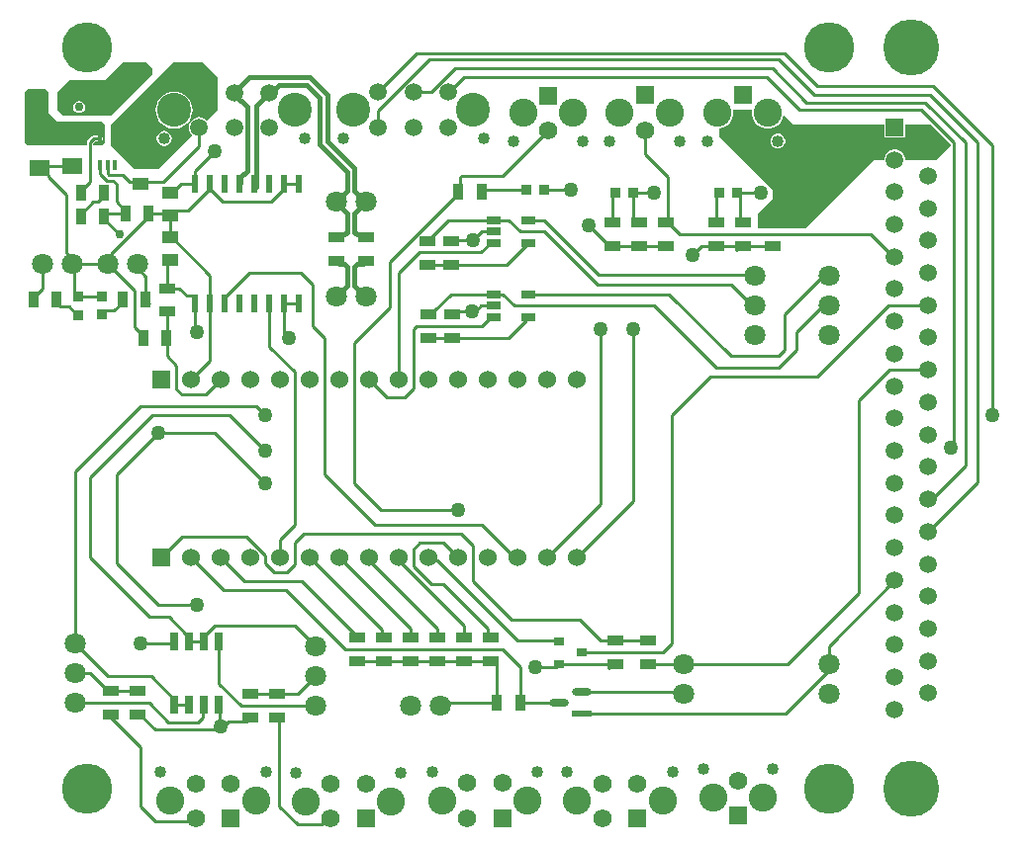
<source format=gtl>
G04*
G04 #@! TF.GenerationSoftware,Altium Limited,Altium Designer,23.1.1 (15)*
G04*
G04 Layer_Physical_Order=1*
G04 Layer_Color=255*
%FSLAX25Y25*%
%MOIN*%
G70*
G04*
G04 #@! TF.SameCoordinates,F8F85EFA-0F4A-4E32-949D-36CD74FFCFB1*
G04*
G04*
G04 #@! TF.FilePolarity,Positive*
G04*
G01*
G75*
%ADD13C,0.01000*%
%ADD18R,0.03543X0.05315*%
%ADD19R,0.01575X0.03543*%
%ADD20R,0.05315X0.03543*%
G04:AMPARAMS|DCode=21|XSize=65.3mil|YSize=24.68mil|CornerRadius=12.34mil|HoleSize=0mil|Usage=FLASHONLY|Rotation=180.000|XOffset=0mil|YOffset=0mil|HoleType=Round|Shape=RoundedRectangle|*
%AMROUNDEDRECTD21*
21,1,0.06530,0.00000,0,0,180.0*
21,1,0.04063,0.02468,0,0,180.0*
1,1,0.02468,-0.02031,0.00000*
1,1,0.02468,0.02031,0.00000*
1,1,0.02468,0.02031,0.00000*
1,1,0.02468,-0.02031,0.00000*
%
%ADD21ROUNDEDRECTD21*%
%ADD22R,0.06530X0.02468*%
%ADD23R,0.02362X0.05906*%
%ADD24C,0.03000*%
%ADD25R,0.02559X0.06102*%
%ADD26R,0.07087X0.05709*%
%ADD27R,0.05512X0.04134*%
%ADD28R,0.03543X0.03740*%
G04:AMPARAMS|DCode=29|XSize=25.59mil|YSize=47.24mil|CornerRadius=1.92mil|HoleSize=0mil|Usage=FLASHONLY|Rotation=90.000|XOffset=0mil|YOffset=0mil|HoleType=Round|Shape=RoundedRectangle|*
%AMROUNDEDRECTD29*
21,1,0.02559,0.04341,0,0,90.0*
21,1,0.02175,0.04724,0,0,90.0*
1,1,0.00384,0.02170,0.01088*
1,1,0.00384,0.02170,-0.01088*
1,1,0.00384,-0.02170,-0.01088*
1,1,0.00384,-0.02170,0.01088*
%
%ADD29ROUNDEDRECTD29*%
%ADD30R,0.03543X0.03150*%
%ADD31R,0.03740X0.03543*%
%ADD50C,0.04016*%
%ADD51C,0.06181*%
%ADD52R,0.06181X0.06181*%
%ADD53C,0.09488*%
%ADD59C,0.01500*%
%ADD60C,0.05984*%
%ADD61C,0.11457*%
%ADD62R,0.06024X0.06024*%
%ADD63C,0.06024*%
%ADD64C,0.07087*%
%ADD65C,0.05906*%
%ADD66R,0.05906X0.05906*%
%ADD67C,0.18898*%
%ADD68C,0.16929*%
%ADD69C,0.05000*%
G36*
X47000Y268000D02*
Y266000D01*
X33000Y252000D01*
X17000D01*
X15000Y254000D01*
Y260000D01*
X19000Y264000D01*
X31000D01*
X37000Y270000D01*
X45000D01*
X47000Y268000D01*
D02*
G37*
G36*
X69000Y265000D02*
Y254000D01*
X65574Y250574D01*
X65404Y250585D01*
X64675Y251145D01*
X63825Y251497D01*
X62913Y251617D01*
X62002Y251497D01*
X61152Y251145D01*
X60423Y250585D01*
X59863Y249856D01*
X59511Y249006D01*
X59391Y248095D01*
X59511Y247183D01*
X59863Y246333D01*
X60423Y245604D01*
X60434Y245434D01*
X49000Y234000D01*
X41000Y234000D01*
X33000Y242000D01*
X33000Y249000D01*
X54000Y270000D01*
X64000Y270000D01*
X69000Y265000D01*
D02*
G37*
G36*
X12000Y260000D02*
Y253000D01*
X15000Y250000D01*
X30000D01*
X31000Y249000D01*
Y243000D01*
X30000Y242000D01*
X27020D01*
Y242578D01*
X27950Y243508D01*
X29441D01*
X29831Y243586D01*
X30162Y243807D01*
X30383Y244137D01*
X30461Y244528D01*
X30383Y244918D01*
X30162Y245249D01*
X29831Y245469D01*
X29441Y245547D01*
X27528D01*
X27137Y245469D01*
X26807Y245249D01*
X25279Y243721D01*
X25058Y243390D01*
X24980Y243000D01*
Y242000D01*
X5000D01*
X4000Y243000D01*
Y260000D01*
X5000Y261000D01*
X11000D01*
X12000Y260000D01*
D02*
G37*
G36*
X249220Y253785D02*
Y252404D01*
X249578Y251070D01*
X250268Y249874D01*
X251245Y248898D01*
X252440Y248208D01*
X253774Y247850D01*
X255155D01*
X256489Y248208D01*
X257684Y248898D01*
X258661Y249874D01*
X259351Y251070D01*
X259555Y251832D01*
X260038Y251962D01*
X263000Y249000D01*
X293791D01*
Y244697D01*
X300697D01*
Y249000D01*
X309558D01*
X315980Y242578D01*
Y241980D01*
X311000Y237000D01*
X300697D01*
Y237699D01*
X300462Y238577D01*
X300007Y239364D01*
X299364Y240007D01*
X298577Y240461D01*
X297699Y240697D01*
X296790D01*
X295911Y240461D01*
X295124Y240007D01*
X294481Y239364D01*
X294027Y238577D01*
X293791Y237699D01*
Y237000D01*
X290000D01*
X267000Y214000D01*
X251000D01*
Y219000D01*
X256000Y224000D01*
Y227000D01*
X243000Y240000D01*
X238000Y245000D01*
Y247850D01*
X238226D01*
X239560Y248208D01*
X240755Y248898D01*
X241732Y249874D01*
X242422Y251070D01*
X242779Y252404D01*
Y253785D01*
X242945Y254000D01*
X249055D01*
X249220Y253785D01*
D02*
G37*
%LPC*%
G36*
X22500Y257039D02*
X21720Y256884D01*
X21058Y256442D01*
X20616Y255780D01*
X20461Y255000D01*
X20616Y254220D01*
X21058Y253558D01*
X21720Y253116D01*
X22500Y252961D01*
X23280Y253116D01*
X23942Y253558D01*
X24384Y254220D01*
X24539Y255000D01*
X24384Y255780D01*
X23942Y256442D01*
X23280Y256884D01*
X22500Y257039D01*
D02*
G37*
G36*
X54449Y260259D02*
X53228Y260138D01*
X52054Y259782D01*
X50972Y259204D01*
X50023Y258425D01*
X49245Y257477D01*
X48667Y256395D01*
X48311Y255221D01*
X48190Y254000D01*
X48311Y252779D01*
X48667Y251605D01*
X49245Y250523D01*
X50023Y249575D01*
X50972Y248796D01*
X52054Y248218D01*
X53228Y247862D01*
X54449Y247742D01*
X55670Y247862D01*
X56844Y248218D01*
X57926Y248796D01*
X58874Y249575D01*
X59653Y250523D01*
X60231Y251605D01*
X60587Y252779D01*
X60707Y254000D01*
X60587Y255221D01*
X60231Y256395D01*
X59653Y257477D01*
X58874Y258425D01*
X57926Y259204D01*
X56844Y259782D01*
X55670Y260138D01*
X54449Y260259D01*
D02*
G37*
G36*
X51102Y246951D02*
X50124Y246756D01*
X49294Y246202D01*
X48740Y245372D01*
X48545Y244394D01*
X48740Y243415D01*
X49294Y242586D01*
X50124Y242031D01*
X51102Y241837D01*
X52081Y242031D01*
X52911Y242586D01*
X53465Y243415D01*
X53659Y244394D01*
X53465Y245372D01*
X52911Y246202D01*
X52081Y246756D01*
X51102Y246951D01*
D02*
G37*
G36*
X20000Y247020D02*
X19610Y246942D01*
X19279Y246721D01*
X19058Y246390D01*
X18980Y246000D01*
X19058Y245610D01*
X19279Y245279D01*
X20752Y243807D01*
X21082Y243586D01*
X21472Y243508D01*
X21863Y243586D01*
X22193Y243807D01*
X22414Y244137D01*
X22492Y244528D01*
X22414Y244918D01*
X22193Y245249D01*
X20721Y246721D01*
X20390Y246942D01*
X20000Y247020D01*
D02*
G37*
G36*
X258310Y245996D02*
X257312D01*
X256390Y245614D01*
X255685Y244909D01*
X255303Y243987D01*
Y242989D01*
X255685Y242068D01*
X256390Y241362D01*
X257312Y240980D01*
X258310D01*
X259232Y241362D01*
X259937Y242068D01*
X260319Y242989D01*
Y243987D01*
X259937Y244909D01*
X259232Y245614D01*
X258310Y245996D01*
D02*
G37*
%LPD*%
D13*
X214000Y67126D02*
X226000D01*
X261126D01*
X285000Y91000D01*
Y156000D01*
X176185Y66185D02*
X182988D01*
X176000Y66000D02*
X176185Y66185D01*
X32000Y63000D02*
X46642D01*
X54500Y55142D01*
Y53370D02*
Y55142D01*
X73000Y151000D02*
X85000Y139000D01*
X47000Y151000D02*
X73000D01*
X68000Y145000D02*
X85000Y128000D01*
X49000Y145000D02*
X68000D01*
X35000Y131000D02*
X49000Y145000D01*
X35000Y101000D02*
Y131000D01*
X49000Y87000D02*
X62000D01*
X35000Y101000D02*
X49000Y87000D01*
X26000Y103000D02*
X46000Y83000D01*
X26000Y103000D02*
Y130000D01*
X47000Y151000D01*
X21000Y132000D02*
X43000Y154000D01*
X21000Y74000D02*
Y132000D01*
X46000Y83000D02*
X52668D01*
X58487Y77181D01*
X58720D02*
X59500Y76402D01*
X58487Y77181D02*
X58720D01*
X59500Y74630D02*
Y76402D01*
X43000Y154000D02*
X82000D01*
X85000Y151000D01*
X90000Y109000D02*
X95000Y114000D01*
X86500Y174120D02*
X95000Y165620D01*
Y114000D02*
Y165620D01*
X115000Y128000D02*
Y175439D01*
Y128000D02*
X124000Y119000D01*
X150000D01*
X115000Y175439D02*
X127000Y187439D01*
Y202843D02*
X148999Y224843D01*
X127000Y187439D02*
Y202843D01*
X101000Y181000D02*
X105000Y177000D01*
Y131000D02*
X122000Y114000D01*
X105000Y131000D02*
Y177000D01*
X86500Y174120D02*
Y188842D01*
X90000Y103000D02*
Y109000D01*
X79886Y199000D02*
X97000D01*
X101000Y181000D02*
Y195000D01*
X71500Y190614D02*
X79886Y199000D01*
X97000D02*
X101000Y195000D01*
X92414Y98000D02*
X95207Y100793D01*
Y108207D01*
X98000Y111000D01*
X91500Y178500D02*
Y188842D01*
X96500D02*
Y190614D01*
X91500Y178500D02*
X93000Y177000D01*
X98000Y111000D02*
X151000D01*
X142000Y54000D02*
X163126D01*
X71000Y92000D02*
X92000D01*
X60000Y103000D02*
X71000Y92000D01*
X171000Y54000D02*
Y66000D01*
X112000Y72000D02*
X165000D01*
X92000Y92000D02*
X112000Y72000D01*
X165000D02*
X171000Y66000D01*
X136189Y273000D02*
X260000D01*
X271000Y262000D02*
X310000D01*
X260000Y273000D02*
X271000Y262000D01*
X140354Y271000D02*
X258000D01*
X270000Y259000D02*
X309000D01*
X258000Y271000D02*
X270000Y259000D01*
X267522Y256478D02*
X307522D01*
X149165Y268000D02*
X256000D01*
X267522Y256478D01*
X254000Y265000D02*
X265000Y254000D01*
X151983Y265000D02*
X254000D01*
X265000Y254000D02*
X306000D01*
X285000Y156000D02*
X295358Y166358D01*
X308425D01*
X191000Y82000D02*
X198000Y75000D01*
X168000Y82000D02*
X191000D01*
X198000Y75000D02*
X203000D01*
X214000D01*
X219000Y71000D02*
X222000Y74000D01*
X235000Y164000D02*
X271000D01*
X295169Y188169D01*
X222000Y151000D02*
X235000Y164000D01*
X295169Y188169D02*
X308425D01*
X242000Y195000D02*
X249000Y188000D01*
X197000Y195000D02*
X242000D01*
X249000Y188000D02*
X250000D01*
X260000Y185000D02*
X274000Y199000D01*
X260000Y173000D02*
Y185000D01*
X274000Y199000D02*
X276000D01*
X53870Y74000D02*
X54500Y74630D01*
X43000Y74000D02*
X53870D01*
X275000Y73228D02*
X297244Y95473D01*
X275000Y65000D02*
Y73228D01*
X260398Y50398D02*
X275000Y65000D01*
X191691Y50398D02*
X260398D01*
X182988Y66185D02*
X184063Y67260D01*
X202866D01*
X202114Y67126D02*
X203000D01*
X200842Y65854D02*
X202114Y67126D01*
X202866Y67260D02*
X203000Y67126D01*
X191691Y57602D02*
X226000D01*
X170000Y75000D02*
X184835D01*
X142961Y102039D02*
X170000Y75000D01*
X191937Y71000D02*
X219000D01*
X163126Y54000D02*
Y66791D01*
X141000Y53000D02*
X142000Y52000D01*
X222000Y74000D02*
Y151000D01*
X95000Y80000D02*
X102000Y73000D01*
X68098Y80000D02*
X95000D01*
X64500Y76402D02*
X68098Y80000D01*
X59500Y74630D02*
X64500D01*
X151000Y111000D02*
X155000Y107000D01*
Y95000D02*
Y107000D01*
Y95000D02*
X168000Y82000D01*
X88000Y98000D02*
X92414D01*
X85000Y101000D02*
X88000Y98000D01*
X78674Y110000D02*
X85000Y103674D01*
X57000Y110000D02*
X78674D01*
X85000Y101000D02*
Y103674D01*
X50000Y103000D02*
X57000Y110000D01*
X140961Y102039D02*
X142961D01*
X140000Y103000D02*
X140961Y102039D01*
X171000Y54000D02*
X184000D01*
X160000Y76000D02*
Y79000D01*
X145000Y94000D02*
X160000Y79000D01*
X141000Y94000D02*
X145000D01*
X135000Y100000D02*
X141000Y94000D01*
X46000Y54000D02*
X52500Y47500D01*
X21000Y54000D02*
X46000D01*
X21000Y74000D02*
X32000Y63000D01*
X64500Y74630D02*
Y76402D01*
X97380Y95000D02*
X116443Y75937D01*
X70000Y103000D02*
X78000Y95000D01*
X97380D01*
X33000Y49000D02*
Y50126D01*
X43000Y19000D02*
Y39000D01*
X33000Y50126D02*
X33288D01*
X34560Y48854D01*
X33000Y49000D02*
X43000Y39000D01*
Y19000D02*
X48000Y14000D01*
X58548D01*
X60733Y14103D02*
X61724Y15094D01*
X58651Y14103D02*
X60733D01*
X58548Y14000D02*
X58651Y14103D01*
X106013Y15000D02*
X107189D01*
X96000Y13000D02*
X104013D01*
X89886Y19114D02*
X96000Y13000D01*
X104013D02*
X106013Y15000D01*
X89000Y49126D02*
X89886Y48240D01*
Y19114D02*
Y48240D01*
X152000Y75937D02*
Y80000D01*
X130000Y102000D02*
Y103000D01*
Y102000D02*
X152000Y80000D01*
X134000Y75937D02*
Y79000D01*
X110000Y103000D02*
X134000Y79000D01*
X124377Y76560D02*
Y78623D01*
X100000Y103000D02*
X124377Y78623D01*
Y76560D02*
X125000Y75937D01*
X143000D02*
Y79000D01*
X120000Y102000D02*
Y103000D01*
Y102000D02*
X143000Y79000D01*
Y75937D02*
X143886D01*
X116000D02*
X116443D01*
X33000Y58000D02*
X42000D01*
X26114Y64000D02*
X32114Y58000D01*
X21000Y64000D02*
X26114D01*
X32114Y58000D02*
X33000D01*
X70000Y46000D02*
X71082D01*
X78728Y47854D02*
X80000Y49126D01*
X72937Y47854D02*
X78728D01*
X71082Y46000D02*
X72937Y47854D01*
X69750Y46250D02*
Y53120D01*
Y46250D02*
X70000Y46000D01*
X69500Y53370D02*
X69750Y53120D01*
X48012Y45000D02*
X67414D01*
X42886Y50126D02*
X48012Y45000D01*
X42000Y50126D02*
X42886D01*
X69235Y45235D02*
X70000Y46000D01*
X67649Y45235D02*
X69235D01*
X67414Y45000D02*
X67649Y45235D01*
X52500Y47500D02*
X62500D01*
X64000Y49000D01*
Y52870D01*
X64500Y53370D01*
X69500Y51598D02*
Y53370D01*
X96000Y57000D02*
X102000Y63000D01*
X89000Y57000D02*
X96000D01*
X80000D02*
X89000D01*
X69500Y60500D02*
Y74630D01*
Y60500D02*
X77000Y53000D01*
X102000D01*
X54500Y53370D02*
X59500D01*
X41000Y180886D02*
X44000Y177886D01*
Y177000D02*
Y177886D01*
X41000Y180886D02*
Y193000D01*
X32000Y202000D02*
X41000Y193000D01*
X161150Y184299D02*
X162193D01*
X120000Y163000D02*
X126000Y157000D01*
X132000D01*
X135000Y160000D01*
X130000Y163000D02*
Y199000D01*
X137000Y206000D01*
X135000Y160000D02*
Y180000D01*
X136000Y181000D01*
X62913Y241913D02*
Y248095D01*
X39330Y229670D02*
X50670D01*
X62913Y241913D01*
X61500Y233500D02*
X68000Y240000D01*
X61500Y229157D02*
Y233500D01*
X18000Y205629D02*
X20000Y203629D01*
X12043Y231445D02*
X18000Y225488D01*
X20000Y202000D02*
Y203629D01*
X18000Y205629D02*
Y225488D01*
X158000Y227000D02*
X173000D01*
X158000D02*
Y227329D01*
Y226443D02*
Y227000D01*
X150859Y231274D02*
X151445Y231859D01*
X150859Y227131D02*
Y231274D01*
X151445Y231859D02*
X165229D01*
X180465Y247094D01*
X237000Y225000D02*
X238000Y226000D01*
X237000Y215937D02*
Y225000D01*
X316765Y142351D02*
X317000Y142586D01*
X315640Y139640D02*
X316765Y140765D01*
X306000Y254000D02*
X317000Y243000D01*
X316765Y140765D02*
Y142351D01*
X317000Y142586D02*
Y243000D01*
X325000Y128405D02*
Y243000D01*
X309000Y259000D02*
X325000Y243000D01*
X307522Y256478D02*
X321000Y243000D01*
Y134000D02*
Y243000D01*
X122000Y114000D02*
X158000D01*
X170000Y102000D01*
X136000Y181000D02*
X152921D01*
X137000Y206000D02*
X157850D01*
X264000Y179000D02*
X273000Y188000D01*
X147780Y191779D02*
X165220D01*
X140141Y184255D02*
X142157Y186272D01*
X179000Y213000D02*
X197000Y195000D01*
X197418Y198582D02*
X250418D01*
X179260Y216740D02*
X197418Y198582D01*
X201114Y208126D02*
X202000D01*
X194240Y215000D02*
X201114Y208126D01*
X194000Y215000D02*
X194240D01*
X135000Y105914D02*
X137086Y108000D01*
X145000D02*
X150000Y103000D01*
X137086Y108000D02*
X145000D01*
X135000Y100000D02*
Y105914D01*
X330000Y151000D02*
Y242000D01*
X310000Y262000D02*
X330000Y242000D01*
X309736Y122736D02*
X321000Y134000D01*
X308425Y111831D02*
X325000Y128405D01*
X308425Y122736D02*
X309736D01*
X123189Y253835D02*
X140354Y271000D01*
X141165Y260000D02*
X149165Y268000D01*
X146983Y260000D02*
X151983Y265000D01*
X123189Y260000D02*
X136189Y273000D01*
X123189Y248189D02*
Y253835D01*
X146811Y260000D02*
X146983D01*
X135000D02*
X141165D01*
X116000Y68063D02*
X117000Y67063D01*
X116000Y68063D02*
X125000D01*
X232000Y208000D02*
X236937D01*
X229000Y205000D02*
X232000Y208000D01*
X236937D02*
X237000Y208063D01*
X220707Y216000D02*
X221414D01*
X220000D02*
X220707D01*
X224707Y212000D01*
X289000Y212000D01*
X190000Y103000D02*
X209000Y122000D01*
Y180000D01*
X237000Y208063D02*
X245114D01*
X243843Y206791D02*
X245114Y208063D01*
X246000D01*
X245000Y226000D02*
X252000D01*
X245000Y216937D02*
X246000Y215937D01*
X244102Y226000D02*
X245000D01*
X246000Y208063D02*
X255000D01*
X145961Y184892D02*
X147158Y186089D01*
X154911D01*
X245000Y216937D02*
Y226000D01*
X220707Y217000D02*
Y231293D01*
X209102Y217272D02*
Y226000D01*
X202000Y217937D02*
Y227000D01*
X204157Y208126D02*
X211000D01*
X209102Y217272D02*
X210374Y216000D01*
X209102Y226000D02*
X216000D01*
X211000Y208126D02*
X220000D01*
X210374Y216000D02*
X211000D01*
X204157Y208126D02*
Y208586D01*
X213000Y247189D02*
Y247919D01*
Y239000D02*
Y247189D01*
X179102Y227000D02*
X188000D01*
X161000Y75937D02*
X161886D01*
X163157Y77209D01*
X161000Y68063D02*
X161854D01*
X163126Y66791D01*
X213000Y239000D02*
X220707Y231293D01*
X87114Y223000D02*
X91500Y227386D01*
X70886Y223000D02*
X87114D01*
X154911Y186089D02*
X155993D01*
X216000Y188000D02*
X237000Y167000D01*
X258000D01*
X140141Y184141D02*
Y184255D01*
X258000Y167000D02*
X264000Y173000D01*
Y179000D01*
X221260Y191740D02*
X242000Y171000D01*
X258000D02*
X260000Y173000D01*
X242000Y171000D02*
X258000D01*
X180000Y103000D02*
X198000Y121000D01*
Y180000D01*
X173807Y191740D02*
X221260D01*
X169000Y188000D02*
X216000D01*
X165220Y191779D02*
X169000Y188000D01*
X167063Y177063D02*
X173141Y183141D01*
X140000Y177063D02*
X167063D01*
X171000Y213000D02*
X179000D01*
X167260Y216740D02*
X171000Y213000D01*
X173807Y216740D02*
X179260D01*
X146740D02*
X162193D01*
X167260D01*
X142272Y186272D02*
X147780Y191779D01*
X142157Y186272D02*
X142272D01*
X152886Y180965D02*
X157965D01*
X160331Y183331D02*
Y183480D01*
X161150Y184299D01*
X157965Y180965D02*
X160331Y183331D01*
X155993Y186089D02*
X157904Y188000D01*
X148961Y184768D02*
Y184892D01*
X157904Y188000D02*
X162186D01*
X172669Y183480D02*
X173448Y184260D01*
X173807D01*
X152886Y180965D02*
X152921Y181000D01*
X157850Y206000D02*
X161110Y209260D01*
X289000Y212000D02*
X296000Y205000D01*
X166413Y201866D02*
X173807Y209260D01*
X172724D02*
X173807D01*
X139606Y202000D02*
X139740Y201866D01*
X147740D01*
X139740Y209740D02*
X146740Y216740D01*
X147000Y210480D02*
X147740Y209740D01*
X155000Y210000D02*
X158000Y213000D01*
X147740Y201866D02*
X166413D01*
X149480Y210000D02*
X155000D01*
X158000Y213000D02*
X162193D01*
X161110Y209260D02*
X162193D01*
X180000Y163000D02*
X180500Y163500D01*
X44937Y190000D02*
Y197805D01*
X42000Y200742D02*
X44937Y197805D01*
X42000Y200742D02*
Y202000D01*
X125000Y68063D02*
X134000D01*
X9488Y234976D02*
X20000D01*
X61500Y179500D02*
Y188842D01*
Y179500D02*
X62000Y179000D01*
X71500Y188842D02*
Y190614D01*
X129949Y103000D02*
X130000D01*
X152000Y68063D02*
X161000D01*
X143000D02*
X152000D01*
X134000D02*
X143000D01*
X152000Y75937D02*
X152886D01*
X9345Y234833D02*
X9488Y234976D01*
X9000Y234488D02*
X9488D01*
X9689D02*
X12043Y232134D01*
Y231445D02*
Y232134D01*
X53000Y211000D02*
Y218520D01*
X66500Y188842D02*
Y198189D01*
X53000Y211000D02*
X53689D01*
X66500Y198189D01*
X52000Y193874D02*
Y202520D01*
X53000Y203520D01*
X45937Y218114D02*
Y219000D01*
X33165Y205342D02*
X45937Y218114D01*
X33165Y203165D02*
Y205342D01*
X32000Y202000D02*
X33165Y203165D01*
X45937Y219000D02*
X52520D01*
X53000Y218520D01*
X66500Y227386D02*
Y229157D01*
Y227386D02*
X70886Y223000D01*
X53000Y218520D02*
X54567Y220087D01*
X59201D01*
X66500Y227386D01*
X56846Y229157D02*
X61500D01*
X53689Y226000D02*
X56846Y229157D01*
X53000Y226000D02*
X53689D01*
X44937Y190000D02*
X46209Y188728D01*
X30000Y185000D02*
X31272Y186272D01*
X34220D01*
X37063Y189114D01*
Y190000D01*
X20000Y202000D02*
X32000D01*
X20000D02*
X20630Y201370D01*
Y192272D02*
Y201370D01*
Y192272D02*
X21902Y191000D01*
X22000D01*
X29898D01*
X30000Y191102D01*
X14937Y189114D02*
Y190000D01*
Y189114D02*
X16209Y187843D01*
X18957D01*
X21902Y184898D01*
X22000D01*
X10000Y193823D02*
Y202000D01*
X7063Y190886D02*
X10000Y193823D01*
X7063Y190000D02*
Y190886D01*
X66500Y169500D02*
Y188842D01*
X60000Y163000D02*
X66500Y169500D01*
X91500Y227386D02*
Y229157D01*
X96500D01*
X61500Y188842D02*
Y190614D01*
X60819Y191295D02*
X61500Y190614D01*
X58778Y191295D02*
X60819D01*
X56199Y193874D02*
X58778Y191295D01*
X52000Y193874D02*
X56199D01*
X55169Y159831D02*
Y167831D01*
X52000Y171000D02*
Y186000D01*
Y171000D02*
X55169Y167831D01*
X57000Y158000D02*
X65000D01*
X55169Y159831D02*
X57000Y158000D01*
X65000D02*
X70000Y163000D01*
X91500Y188842D02*
X96500D01*
X27528Y244528D02*
X29441D01*
X26000Y243000D02*
X27528Y244528D01*
X26000Y229823D02*
Y243000D01*
X30937Y217114D02*
Y218000D01*
Y217114D02*
X36000Y212051D01*
Y212000D02*
Y212051D01*
X23063Y226000D02*
Y226886D01*
X26000Y229823D01*
X35000Y222949D02*
Y229000D01*
X31770Y230109D02*
X33891D01*
X35000Y229000D01*
X32000Y232586D02*
X32586Y232000D01*
X37000D02*
X39330Y229670D01*
X29441Y232438D02*
Y235472D01*
X32586Y232000D02*
X37000D01*
X29441Y232438D02*
X31770Y230109D01*
X32000Y232586D02*
Y235472D01*
X30937Y225114D02*
Y226000D01*
X28823Y223000D02*
X30937Y225114D01*
X27177Y223000D02*
X28823D01*
X23063Y218000D02*
Y218886D01*
X27177Y223000D01*
X38063Y219000D02*
Y219886D01*
X35000Y222949D02*
X38063Y219886D01*
X31937Y219000D02*
X38063D01*
X20000Y246000D02*
X21472Y244528D01*
D18*
X17000Y257000D02*
D03*
X9126D02*
D03*
X51874Y177000D02*
D03*
X44000D02*
D03*
X38063Y219000D02*
D03*
X45937D02*
D03*
X23063Y218000D02*
D03*
X30937D02*
D03*
X23063Y226000D02*
D03*
X30937D02*
D03*
X158000Y226443D02*
D03*
X150126D02*
D03*
X171000Y54000D02*
D03*
X163126D02*
D03*
X37063Y190000D02*
D03*
X44937D02*
D03*
X14937D02*
D03*
X7063D02*
D03*
D19*
X29441Y244528D02*
D03*
X34559D02*
D03*
Y235472D02*
D03*
X32000D02*
D03*
X29441D02*
D03*
D20*
X161000Y75937D02*
D03*
Y68063D02*
D03*
X152000Y75937D02*
D03*
Y68063D02*
D03*
X143000Y75937D02*
D03*
Y68063D02*
D03*
X134000Y75937D02*
D03*
Y68063D02*
D03*
X125000Y75937D02*
D03*
Y68063D02*
D03*
X116000Y75937D02*
D03*
Y68063D02*
D03*
X214000Y75000D02*
D03*
Y67126D02*
D03*
X80000Y57000D02*
D03*
Y49126D02*
D03*
X42000Y58000D02*
D03*
Y50126D02*
D03*
X33000D02*
D03*
Y58000D02*
D03*
X89000Y49126D02*
D03*
Y57000D02*
D03*
X256000Y215874D02*
D03*
Y208000D02*
D03*
X237000Y208063D02*
D03*
Y215937D02*
D03*
X246000D02*
D03*
Y208063D02*
D03*
X202000Y208126D02*
D03*
Y216000D02*
D03*
X211000D02*
D03*
Y208126D02*
D03*
X220000D02*
D03*
Y216000D02*
D03*
X140000Y177126D02*
D03*
Y185000D02*
D03*
X148000Y177126D02*
D03*
Y185000D02*
D03*
X139740Y201866D02*
D03*
Y209740D02*
D03*
X147740Y201866D02*
D03*
Y209740D02*
D03*
X203000Y75000D02*
D03*
Y67126D02*
D03*
X52000Y186000D02*
D03*
Y193874D02*
D03*
X119000Y210937D02*
D03*
Y203063D02*
D03*
X109000Y210937D02*
D03*
Y203063D02*
D03*
D21*
X184000Y54000D02*
D03*
X191691Y57602D02*
D03*
D22*
Y50398D02*
D03*
D23*
X61500Y188842D02*
D03*
X66500D02*
D03*
X71500D02*
D03*
X76500D02*
D03*
X81500D02*
D03*
X86500D02*
D03*
X91500D02*
D03*
X96500D02*
D03*
X61500Y229157D02*
D03*
X66500D02*
D03*
X71500D02*
D03*
X76500D02*
D03*
X81500D02*
D03*
X86500D02*
D03*
X91500D02*
D03*
X96500D02*
D03*
D24*
X22500Y255000D02*
D03*
X36000Y212000D02*
D03*
D25*
X69500Y74630D02*
D03*
X64500D02*
D03*
X59500D02*
D03*
X54500D02*
D03*
X69500Y53370D02*
D03*
X64500D02*
D03*
X59500D02*
D03*
X54500D02*
D03*
D26*
X20000Y246000D02*
D03*
Y234976D02*
D03*
X9000Y234488D02*
D03*
Y245512D02*
D03*
D27*
X43000Y236740D02*
D03*
Y229260D02*
D03*
X53000Y211000D02*
D03*
Y203520D02*
D03*
Y218520D02*
D03*
Y226000D02*
D03*
D28*
X244102Y226000D02*
D03*
X238000D02*
D03*
X209102D02*
D03*
X203000D02*
D03*
X173000Y227000D02*
D03*
X179102D02*
D03*
D29*
X173807Y191740D02*
D03*
Y184260D02*
D03*
X162193D02*
D03*
Y188000D02*
D03*
Y191740D02*
D03*
Y216740D02*
D03*
Y213000D02*
D03*
Y209260D02*
D03*
X173807D02*
D03*
Y216740D02*
D03*
D30*
X184063Y74740D02*
D03*
Y67260D02*
D03*
X191937Y71000D02*
D03*
D31*
X22000Y184898D02*
D03*
Y191000D02*
D03*
X30000Y185000D02*
D03*
Y191102D02*
D03*
D50*
X51102Y244394D02*
D03*
X98346D02*
D03*
X95378Y30512D02*
D03*
X130811D02*
D03*
X256276Y31606D02*
D03*
X232653D02*
D03*
X111378Y244488D02*
D03*
X158622D02*
D03*
X192276Y243394D02*
D03*
X168654D02*
D03*
X85347Y30606D02*
D03*
X49913D02*
D03*
X176811Y30701D02*
D03*
X141378D02*
D03*
X201189Y243488D02*
D03*
X224811D02*
D03*
X234189D02*
D03*
X257811D02*
D03*
X186913Y30606D02*
D03*
X222346D02*
D03*
D51*
X107189Y26811D02*
D03*
X119000D02*
D03*
X107189Y15000D02*
D03*
X244465Y27905D02*
D03*
X180465Y247094D02*
D03*
X61724Y15094D02*
D03*
X73535Y26906D02*
D03*
X61724D02*
D03*
X153189Y15189D02*
D03*
X165000Y27000D02*
D03*
X153189D02*
D03*
X213000Y247189D02*
D03*
X246000D02*
D03*
X198724Y26906D02*
D03*
X210535D02*
D03*
X198724Y15094D02*
D03*
D52*
X119000Y15000D02*
D03*
X244465Y16094D02*
D03*
X180465Y258906D02*
D03*
X73535Y15094D02*
D03*
X165000Y15189D02*
D03*
X213000Y259000D02*
D03*
X246000D02*
D03*
X210535Y15094D02*
D03*
D53*
X127465Y20906D02*
D03*
X98724D02*
D03*
X252929Y22000D02*
D03*
X236000D02*
D03*
X188929Y253000D02*
D03*
X172000D02*
D03*
X53260Y21000D02*
D03*
X82000D02*
D03*
X144724Y21094D02*
D03*
X173465D02*
D03*
X204535Y253095D02*
D03*
X221465D02*
D03*
X237535D02*
D03*
X254465D02*
D03*
X219000Y21000D02*
D03*
X190260D02*
D03*
D59*
X82000Y228000D02*
Y255370D01*
X78966Y233396D02*
Y255033D01*
X74922Y259078D02*
X78966Y255033D01*
X74922Y259078D02*
Y260121D01*
X76500Y229157D02*
X76931Y229589D01*
Y231360D01*
X78966Y233396D01*
X79801Y265000D02*
X100000D01*
X74922Y260121D02*
X79801Y265000D01*
X100000D02*
X106000Y259000D01*
X89656Y262500D02*
X98965D01*
X103500Y257964D01*
X87062Y259906D02*
X89656Y262500D01*
X86535Y259906D02*
X87062D01*
X82000Y255370D02*
X86535Y259906D01*
X103500Y242500D02*
X112750Y233250D01*
X106000Y243535D02*
X115250Y234285D01*
X103500Y242500D02*
Y257964D01*
X106000Y243535D02*
Y259000D01*
X112750Y226750D02*
Y233250D01*
X115250Y226750D02*
Y234285D01*
X109000Y223000D02*
X112750Y226750D01*
X115250Y212837D02*
X116129Y211959D01*
X115250Y226750D02*
X119000Y223000D01*
X117978Y202041D02*
X119000Y203063D01*
X109000D02*
X110022Y202041D01*
X115250Y194750D02*
X119000Y191000D01*
X115250Y194750D02*
Y201163D01*
X116129Y202041D02*
X117978D01*
X109000Y191000D02*
X112750Y194750D01*
Y201163D01*
X111871Y202041D02*
X112750Y201163D01*
X110022Y202041D02*
X111871D01*
X115250Y201163D02*
X116129Y202041D01*
X115250Y212837D02*
Y219250D01*
X119000Y223000D01*
X109000D02*
X112750Y219250D01*
X117978Y211959D02*
X119000Y210937D01*
X116129Y211959D02*
X117978D01*
X110022D02*
X111871D01*
X112750Y212837D01*
Y219250D01*
X109000Y210937D02*
X110022Y211959D01*
D60*
X62913Y259906D02*
D03*
X74724D02*
D03*
X86535D02*
D03*
X62913Y248095D02*
D03*
X74724D02*
D03*
X86535D02*
D03*
X123189Y260000D02*
D03*
X135000D02*
D03*
X146811D02*
D03*
X123189Y248189D02*
D03*
X135000D02*
D03*
X146811D02*
D03*
D61*
X54449Y254000D02*
D03*
X95000D02*
D03*
X114724Y254095D02*
D03*
X155276D02*
D03*
D62*
X50000Y103000D02*
D03*
Y163000D02*
D03*
D63*
X60000Y103000D02*
D03*
Y163000D02*
D03*
X70000Y103000D02*
D03*
Y163000D02*
D03*
X80000Y103000D02*
D03*
Y163000D02*
D03*
X90000Y103000D02*
D03*
Y163000D02*
D03*
X100000Y103000D02*
D03*
Y163000D02*
D03*
X110000Y103000D02*
D03*
Y163000D02*
D03*
X120000Y103000D02*
D03*
Y163000D02*
D03*
X130000Y103000D02*
D03*
Y163000D02*
D03*
X140000Y103000D02*
D03*
Y163000D02*
D03*
X150000Y103000D02*
D03*
Y163000D02*
D03*
X160000Y103000D02*
D03*
Y163000D02*
D03*
X170000Y103000D02*
D03*
Y163000D02*
D03*
X180000Y103000D02*
D03*
Y163000D02*
D03*
X190000Y103000D02*
D03*
Y163000D02*
D03*
D64*
X102000Y53000D02*
D03*
Y63000D02*
D03*
Y73000D02*
D03*
X21000Y54000D02*
D03*
Y64000D02*
D03*
Y74000D02*
D03*
X144000Y53000D02*
D03*
X134000D02*
D03*
X109000Y223000D02*
D03*
X119000D02*
D03*
X250000Y198000D02*
D03*
Y188000D02*
D03*
Y178000D02*
D03*
X119000Y191000D02*
D03*
X109000D02*
D03*
X226000Y67000D02*
D03*
Y57000D02*
D03*
X275000Y67000D02*
D03*
Y57000D02*
D03*
Y178000D02*
D03*
Y188000D02*
D03*
Y198000D02*
D03*
X42000Y202000D02*
D03*
X32000D02*
D03*
X10000D02*
D03*
X20000D02*
D03*
D65*
X297244Y226339D02*
D03*
Y215433D02*
D03*
Y237244D02*
D03*
Y204528D02*
D03*
Y193622D02*
D03*
Y182717D02*
D03*
Y171811D02*
D03*
Y160906D02*
D03*
Y150000D02*
D03*
Y139094D02*
D03*
Y128189D02*
D03*
Y117283D02*
D03*
Y106378D02*
D03*
Y95473D02*
D03*
Y84567D02*
D03*
Y73661D02*
D03*
Y62756D02*
D03*
Y51850D02*
D03*
X308425Y242697D02*
D03*
Y231791D02*
D03*
Y220886D02*
D03*
Y209980D02*
D03*
Y199075D02*
D03*
Y188169D02*
D03*
Y177264D02*
D03*
Y166358D02*
D03*
Y155453D02*
D03*
Y144547D02*
D03*
Y133642D02*
D03*
Y122736D02*
D03*
Y111831D02*
D03*
Y100925D02*
D03*
Y90020D02*
D03*
Y79114D02*
D03*
Y68209D02*
D03*
Y57303D02*
D03*
D66*
X297244Y248150D02*
D03*
D67*
X302835Y25000D02*
D03*
Y275000D02*
D03*
D68*
X275000D02*
D03*
X25000D02*
D03*
X275000Y25000D02*
D03*
X25000D02*
D03*
D69*
X176000Y66000D02*
D03*
X85000Y139000D02*
D03*
Y128000D02*
D03*
X49000Y145000D02*
D03*
X85000Y151000D02*
D03*
X62000Y87000D02*
D03*
X93000Y177000D02*
D03*
X43000Y74000D02*
D03*
X70000Y46000D02*
D03*
X68000Y240000D02*
D03*
X150000Y119000D02*
D03*
X194000Y215000D02*
D03*
X330000Y151000D02*
D03*
X316000Y140000D02*
D03*
X229000Y205000D02*
D03*
X209000Y180000D02*
D03*
X198000D02*
D03*
X252000Y226000D02*
D03*
X29000Y256000D02*
D03*
X216000Y226000D02*
D03*
X188000Y227000D02*
D03*
X154911Y186089D02*
D03*
X155000Y210000D02*
D03*
X62000Y179000D02*
D03*
X35000Y261000D02*
D03*
X40000Y266000D02*
D03*
M02*

</source>
